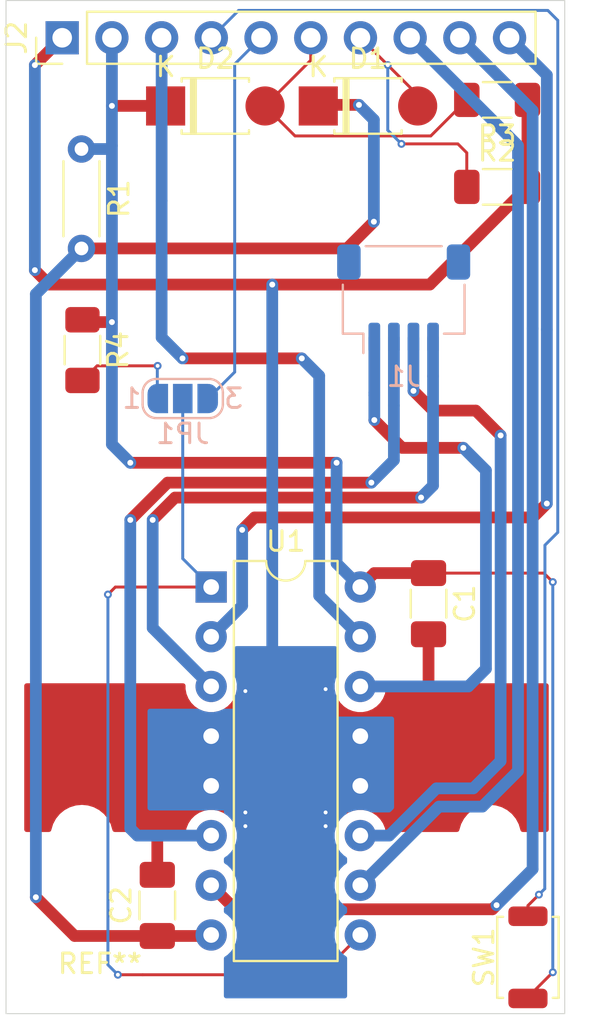
<source format=kicad_pcb>
(kicad_pcb (version 20171130) (host pcbnew "(5.1.10)-1")

  (general
    (thickness 1.6)
    (drawings 4)
    (tracks 218)
    (zones 0)
    (modules 14)
    (nets 18)
  )

  (page A4)
  (layers
    (0 F.Cu signal)
    (31 B.Cu signal)
    (32 B.Adhes user)
    (33 F.Adhes user)
    (34 B.Paste user)
    (35 F.Paste user)
    (36 B.SilkS user)
    (37 F.SilkS user)
    (38 B.Mask user)
    (39 F.Mask user)
    (40 Dwgs.User user)
    (41 Cmts.User user)
    (42 Eco1.User user)
    (43 Eco2.User user)
    (44 Edge.Cuts user)
    (45 Margin user)
    (46 B.CrtYd user)
    (47 F.CrtYd user)
    (48 B.Fab user)
    (49 F.Fab user)
  )

  (setup
    (last_trace_width 0.15)
    (user_trace_width 0.15)
    (user_trace_width 0.6)
    (trace_clearance 0.127)
    (zone_clearance 0.508)
    (zone_45_only no)
    (trace_min 0.127)
    (via_size 0.4)
    (via_drill 0.2)
    (via_min_size 0.4)
    (via_min_drill 0.2)
    (user_via 0.4 0.2)
    (user_via 0.6 0.3)
    (uvia_size 0.4)
    (uvia_drill 0.2)
    (uvias_allowed no)
    (uvia_min_size 0.4)
    (uvia_min_drill 0.2)
    (edge_width 0.05)
    (segment_width 0.2)
    (pcb_text_width 0.3)
    (pcb_text_size 1.5 1.5)
    (mod_edge_width 0.12)
    (mod_text_size 1 1)
    (mod_text_width 0.15)
    (pad_size 2.15 3.9)
    (pad_drill 2.15)
    (pad_to_mask_clearance 0)
    (aux_axis_origin 0 0)
    (visible_elements 7FFFFFFF)
    (pcbplotparams
      (layerselection 0x010fc_ffffffff)
      (usegerberextensions false)
      (usegerberattributes true)
      (usegerberadvancedattributes true)
      (creategerberjobfile true)
      (excludeedgelayer true)
      (linewidth 0.100000)
      (plotframeref false)
      (viasonmask false)
      (mode 1)
      (useauxorigin false)
      (hpglpennumber 1)
      (hpglpenspeed 20)
      (hpglpendiameter 15.000000)
      (psnegative false)
      (psa4output false)
      (plotreference true)
      (plotvalue true)
      (plotinvisibletext false)
      (padsonsilk false)
      (subtractmaskfromsilk false)
      (outputformat 1)
      (mirror false)
      (drillshape 1)
      (scaleselection 1)
      (outputdirectory ""))
  )

  (net 0 "")
  (net 1 /Diff_P2)
  (net 2 /Diff_P1)
  (net 3 +5V)
  (net 4 /PushButton1)
  (net 5 /Enable)
  (net 6 /Coil_A1)
  (net 7 /Coil_A2)
  (net 8 /Coil_B1)
  (net 9 /Coil_B2)
  (net 10 GND)
  (net 11 /Motor_Supply_Pre)
  (net 12 /JST_PIN_4)
  (net 13 /JST_PIN_3)
  (net 14 /JST_PIN_2)
  (net 15 /JST_PIN_1)
  (net 16 /Enable_Controlled)
  (net 17 /Enable_High)

  (net_class Default "This is the default net class."
    (clearance 0.127)
    (trace_width 0.15)
    (via_dia 0.4)
    (via_drill 0.2)
    (uvia_dia 0.4)
    (uvia_drill 0.2)
    (add_net +5V)
    (add_net /Coil_A1)
    (add_net /Coil_A2)
    (add_net /Coil_B1)
    (add_net /Coil_B2)
    (add_net /Diff_P1)
    (add_net /Diff_P2)
    (add_net /Enable)
    (add_net /Enable_Controlled)
    (add_net /Enable_High)
    (add_net /PushButton1)
    (add_net GND)
  )

  (net_class "High Current" ""
    (clearance 0.15)
    (trace_width 0.6)
    (via_dia 0.6)
    (via_drill 0.3)
    (uvia_dia 0.4)
    (uvia_drill 0.2)
    (add_net /JST_PIN_1)
    (add_net /JST_PIN_2)
    (add_net /JST_PIN_3)
    (add_net /JST_PIN_4)
    (add_net /Motor_Supply_Pre)
  )

  (module MountingHole:DanfossFrontPanel (layer F.Cu) (tedit 616C6814) (tstamp 616BBB03)
    (at 191.77 131.78)
    (fp_text reference REF** (at 4.8 -2.55) (layer F.SilkS)
      (effects (font (size 1 1) (thickness 0.15)))
    )
    (fp_text value DanfossFrontPanel (at 9.65 -4.4) (layer F.Fab)
      (effects (font (size 1 1) (thickness 0.15)))
    )
    (pad "" np_thru_hole circle (at 20.2 -43.295 90) (size 1.2 1.2) (drill 1.2) (layers *.Cu *.Mask))
    (pad "" np_thru_hole oval (at 14.35 -43.295 90) (size 2.15 3.9) (drill oval 2.15 3.9) (layers *.Cu *.Mask))
    (pad "" np_thru_hole oval (at 24.725 -8.2) (size 2.15 3.9) (drill oval 2.15 3.9) (layers *.Cu *.Mask))
    (pad "" np_thru_hole oval (at 3.875 -8.2) (size 2.15 3.9) (drill oval 2.15 3.9) (layers *.Cu *.Mask))
  )

  (module Capacitor_SMD:C_1206_3216Metric_Pad1.33x1.80mm_HandSolder (layer F.Cu) (tedit 5F68FEEF) (tstamp 616D111A)
    (at 199.5 126.25 90)
    (descr "Capacitor SMD 1206 (3216 Metric), square (rectangular) end terminal, IPC_7351 nominal with elongated pad for handsoldering. (Body size source: IPC-SM-782 page 76, https://www.pcb-3d.com/wordpress/wp-content/uploads/ipc-sm-782a_amendment_1_and_2.pdf), generated with kicad-footprint-generator")
    (tags "capacitor handsolder")
    (path /616EC3C1)
    (attr smd)
    (fp_text reference C2 (at 0 -1.85 90) (layer F.SilkS)
      (effects (font (size 1 1) (thickness 0.15)))
    )
    (fp_text value 100nF (at 0 1.85 90) (layer F.Fab)
      (effects (font (size 1 1) (thickness 0.15)))
    )
    (fp_line (start 2.48 1.15) (end -2.48 1.15) (layer F.CrtYd) (width 0.05))
    (fp_line (start 2.48 -1.15) (end 2.48 1.15) (layer F.CrtYd) (width 0.05))
    (fp_line (start -2.48 -1.15) (end 2.48 -1.15) (layer F.CrtYd) (width 0.05))
    (fp_line (start -2.48 1.15) (end -2.48 -1.15) (layer F.CrtYd) (width 0.05))
    (fp_line (start -0.711252 0.91) (end 0.711252 0.91) (layer F.SilkS) (width 0.12))
    (fp_line (start -0.711252 -0.91) (end 0.711252 -0.91) (layer F.SilkS) (width 0.12))
    (fp_line (start 1.6 0.8) (end -1.6 0.8) (layer F.Fab) (width 0.1))
    (fp_line (start 1.6 -0.8) (end 1.6 0.8) (layer F.Fab) (width 0.1))
    (fp_line (start -1.6 -0.8) (end 1.6 -0.8) (layer F.Fab) (width 0.1))
    (fp_line (start -1.6 0.8) (end -1.6 -0.8) (layer F.Fab) (width 0.1))
    (fp_text user %R (at 0 0 90) (layer F.Fab)
      (effects (font (size 0.8 0.8) (thickness 0.12)))
    )
    (pad 2 smd roundrect (at 1.5625 0 90) (size 1.325 1.8) (layers F.Cu F.Paste F.Mask) (roundrect_rratio 0.188679)
      (net 10 GND))
    (pad 1 smd roundrect (at -1.5625 0 90) (size 1.325 1.8) (layers F.Cu F.Paste F.Mask) (roundrect_rratio 0.188679)
      (net 11 /Motor_Supply_Pre))
    (model ${KISYS3DMOD}/Capacitor_SMD.3dshapes/C_1206_3216Metric.wrl
      (at (xyz 0 0 0))
      (scale (xyz 1 1 1))
      (rotate (xyz 0 0 0))
    )
  )

  (module Button_Switch_SMD:SW_Push_SPST_NO_Alps_SKRK (layer F.Cu) (tedit 616C7234) (tstamp 616B505D)
    (at 218.44 128.905 90)
    (descr http://www.alps.com/prod/info/E/HTML/Tact/SurfaceMount/SKRK/SKRKAHE020.html)
    (tags "SMD SMT button")
    (path /616D25A1)
    (attr smd)
    (fp_text reference SW1 (at 0 -2.25 90) (layer F.SilkS)
      (effects (font (size 1 1) (thickness 0.15)))
    )
    (fp_text value SW_Push (at 0 2.5 90) (layer F.Fab)
      (effects (font (size 1 1) (thickness 0.15)))
    )
    (fp_line (start -2.07 -1.57) (end 2.07 -1.57) (layer F.SilkS) (width 0.12))
    (fp_line (start 2.07 1.27) (end 2.07 1.57) (layer F.SilkS) (width 0.12))
    (fp_line (start 2.07 1.57) (end -2.07 1.57) (layer F.SilkS) (width 0.12))
    (fp_line (start -2.07 -1.27) (end -2.07 -1.57) (layer F.SilkS) (width 0.12))
    (fp_circle (center 0 0) (end 1 0) (layer F.Fab) (width 0.1))
    (fp_line (start -2.75 -1.7) (end 2.75 -1.7) (layer F.CrtYd) (width 0.05))
    (fp_line (start 2.75 -1.7) (end 2.75 1.7) (layer F.CrtYd) (width 0.05))
    (fp_line (start 2.75 1.7) (end -2.75 1.7) (layer F.CrtYd) (width 0.05))
    (fp_line (start -2.75 1.7) (end -2.75 -1.7) (layer F.CrtYd) (width 0.05))
    (fp_line (start 1.95 1.45) (end -1.95 1.45) (layer F.Fab) (width 0.1))
    (fp_line (start -1.95 1.45) (end -1.95 -1.45) (layer F.Fab) (width 0.1))
    (fp_line (start -1.95 -1.45) (end 1.95 -1.45) (layer F.Fab) (width 0.1))
    (fp_line (start 1.95 -1.45) (end 1.95 1.45) (layer F.Fab) (width 0.1))
    (fp_line (start -2.07 1.57) (end -2.07 1.27) (layer F.SilkS) (width 0.12))
    (fp_line (start 2.07 -1.57) (end 2.07 -1.27) (layer F.SilkS) (width 0.12))
    (fp_text user %R (at 0 0 90) (layer F.Fab)
      (effects (font (size 1 1) (thickness 0.15)))
    )
    (pad 1 smd roundrect (at -2.1 0 90) (size 1 2) (layers F.Cu F.Paste F.Mask) (roundrect_rratio 0.25)
      (net 3 +5V))
    (pad 2 smd roundrect (at 2.1 0 90) (size 1 2) (layers F.Cu F.Paste F.Mask) (roundrect_rratio 0.25)
      (net 4 /PushButton1))
    (model ${KISYS3DMOD}/Button_Switch_SMD.3dshapes/SW_Push_SPST_NO_Alps_SKRK.wrl
      (at (xyz 0 0 0))
      (scale (xyz 1 1 1))
      (rotate (xyz 0 0 0))
    )
  )

  (module Diode_SMD:D_T-1_P5.08mm_Horizontal_SurfaceMount (layer F.Cu) (tedit 616B5697) (tstamp 616C8E53)
    (at 199.925 85.4)
    (descr "Diode, T-1 series, Axial, Horizontal, pin pitch=5.08mm, , length*diameter=3.2*2.6mm^2, , http://www.diodes.com/_files/packages/T-1.pdf")
    (tags "Diode T-1 series Axial Horizontal pin pitch 5.08mm  length 3.2mm diameter 2.6mm")
    (path /616BE794)
    (fp_text reference D2 (at 2.54 -2.42) (layer F.SilkS)
      (effects (font (size 1 1) (thickness 0.15)))
    )
    (fp_text value 3.9v (at 2.54 2.42) (layer F.Fab)
      (effects (font (size 1 1) (thickness 0.15)))
    )
    (fp_line (start 6.33 -1.55) (end -1.25 -1.55) (layer F.CrtYd) (width 0.05))
    (fp_line (start 6.33 1.55) (end 6.33 -1.55) (layer F.CrtYd) (width 0.05))
    (fp_line (start -1.25 1.55) (end 6.33 1.55) (layer F.CrtYd) (width 0.05))
    (fp_line (start -1.25 -1.55) (end -1.25 1.55) (layer F.CrtYd) (width 0.05))
    (fp_line (start 1.3 -1.42) (end 1.3 1.42) (layer F.SilkS) (width 0.12))
    (fp_line (start 1.54 -1.42) (end 1.54 1.42) (layer F.SilkS) (width 0.12))
    (fp_line (start 1.42 -1.42) (end 1.42 1.42) (layer F.SilkS) (width 0.12))
    (fp_line (start 4.26 1.42) (end 4.26 1.24) (layer F.SilkS) (width 0.12))
    (fp_line (start 0.82 1.42) (end 4.26 1.42) (layer F.SilkS) (width 0.12))
    (fp_line (start 0.82 1.24) (end 0.82 1.42) (layer F.SilkS) (width 0.12))
    (fp_line (start 4.26 -1.42) (end 4.26 -1.24) (layer F.SilkS) (width 0.12))
    (fp_line (start 0.82 -1.42) (end 4.26 -1.42) (layer F.SilkS) (width 0.12))
    (fp_line (start 0.82 -1.24) (end 0.82 -1.42) (layer F.SilkS) (width 0.12))
    (fp_line (start 1.32 -1.3) (end 1.32 1.3) (layer F.Fab) (width 0.1))
    (fp_line (start 1.52 -1.3) (end 1.52 1.3) (layer F.Fab) (width 0.1))
    (fp_line (start 1.42 -1.3) (end 1.42 1.3) (layer F.Fab) (width 0.1))
    (fp_line (start 5.08 0) (end 4.14 0) (layer F.Fab) (width 0.1))
    (fp_line (start 0 0) (end 0.94 0) (layer F.Fab) (width 0.1))
    (fp_line (start 4.14 -1.3) (end 0.94 -1.3) (layer F.Fab) (width 0.1))
    (fp_line (start 4.14 1.3) (end 4.14 -1.3) (layer F.Fab) (width 0.1))
    (fp_line (start 0.94 1.3) (end 4.14 1.3) (layer F.Fab) (width 0.1))
    (fp_line (start 0.94 -1.3) (end 0.94 1.3) (layer F.Fab) (width 0.1))
    (fp_text user %R (at 2.78 0) (layer F.Fab)
      (effects (font (size 0.64 0.64) (thickness 0.096)))
    )
    (fp_text user K (at 0 -2) (layer F.Fab)
      (effects (font (size 1 1) (thickness 0.15)))
    )
    (fp_text user K (at 0 -2) (layer F.SilkS)
      (effects (font (size 1 1) (thickness 0.15)))
    )
    (pad 1 smd rect (at 0 0) (size 2 2) (layers F.Cu F.Paste F.Mask)
      (net 3 +5V))
    (pad 2 smd oval (at 5.08 0) (size 2 2) (layers F.Cu F.Paste F.Mask)
      (net 2 /Diff_P1))
    (model ${KISYS3DMOD}/Diode_THT.3dshapes/D_T-1_P5.08mm_Horizontal.wrl
      (at (xyz 0 0 0))
      (scale (xyz 1 1 1))
      (rotate (xyz 0 0 0))
    )
  )

  (module Diode_SMD:D_T-1_P5.08mm_Horizontal_SurfaceMount (layer F.Cu) (tedit 616B5697) (tstamp 616BC49D)
    (at 207.725 85.4)
    (descr "Diode, T-1 series, Axial, Horizontal, pin pitch=5.08mm, , length*diameter=3.2*2.6mm^2, , http://www.diodes.com/_files/packages/T-1.pdf")
    (tags "Diode T-1 series Axial Horizontal pin pitch 5.08mm  length 3.2mm diameter 2.6mm")
    (path /616C048F)
    (fp_text reference D1 (at 2.54 -2.42) (layer F.SilkS)
      (effects (font (size 1 1) (thickness 0.15)))
    )
    (fp_text value 3.9v (at 2.54 2.42) (layer F.Fab)
      (effects (font (size 1 1) (thickness 0.15)))
    )
    (fp_line (start 6.33 -1.55) (end -1.25 -1.55) (layer F.CrtYd) (width 0.05))
    (fp_line (start 6.33 1.55) (end 6.33 -1.55) (layer F.CrtYd) (width 0.05))
    (fp_line (start -1.25 1.55) (end 6.33 1.55) (layer F.CrtYd) (width 0.05))
    (fp_line (start -1.25 -1.55) (end -1.25 1.55) (layer F.CrtYd) (width 0.05))
    (fp_line (start 1.3 -1.42) (end 1.3 1.42) (layer F.SilkS) (width 0.12))
    (fp_line (start 1.54 -1.42) (end 1.54 1.42) (layer F.SilkS) (width 0.12))
    (fp_line (start 1.42 -1.42) (end 1.42 1.42) (layer F.SilkS) (width 0.12))
    (fp_line (start 4.26 1.42) (end 4.26 1.24) (layer F.SilkS) (width 0.12))
    (fp_line (start 0.82 1.42) (end 4.26 1.42) (layer F.SilkS) (width 0.12))
    (fp_line (start 0.82 1.24) (end 0.82 1.42) (layer F.SilkS) (width 0.12))
    (fp_line (start 4.26 -1.42) (end 4.26 -1.24) (layer F.SilkS) (width 0.12))
    (fp_line (start 0.82 -1.42) (end 4.26 -1.42) (layer F.SilkS) (width 0.12))
    (fp_line (start 0.82 -1.24) (end 0.82 -1.42) (layer F.SilkS) (width 0.12))
    (fp_line (start 1.32 -1.3) (end 1.32 1.3) (layer F.Fab) (width 0.1))
    (fp_line (start 1.52 -1.3) (end 1.52 1.3) (layer F.Fab) (width 0.1))
    (fp_line (start 1.42 -1.3) (end 1.42 1.3) (layer F.Fab) (width 0.1))
    (fp_line (start 5.08 0) (end 4.14 0) (layer F.Fab) (width 0.1))
    (fp_line (start 0 0) (end 0.94 0) (layer F.Fab) (width 0.1))
    (fp_line (start 4.14 -1.3) (end 0.94 -1.3) (layer F.Fab) (width 0.1))
    (fp_line (start 4.14 1.3) (end 4.14 -1.3) (layer F.Fab) (width 0.1))
    (fp_line (start 0.94 1.3) (end 4.14 1.3) (layer F.Fab) (width 0.1))
    (fp_line (start 0.94 -1.3) (end 0.94 1.3) (layer F.Fab) (width 0.1))
    (fp_text user %R (at 2.78 0) (layer F.Fab)
      (effects (font (size 0.64 0.64) (thickness 0.096)))
    )
    (fp_text user K (at 0 -2) (layer F.Fab)
      (effects (font (size 1 1) (thickness 0.15)))
    )
    (fp_text user K (at 0 -2) (layer F.SilkS)
      (effects (font (size 1 1) (thickness 0.15)))
    )
    (pad 1 smd rect (at 0 0) (size 2 2) (layers F.Cu F.Paste F.Mask)
      (net 11 /Motor_Supply_Pre))
    (pad 2 smd oval (at 5.08 0) (size 2 2) (layers F.Cu F.Paste F.Mask)
      (net 1 /Diff_P2))
    (model ${KISYS3DMOD}/Diode_THT.3dshapes/D_T-1_P5.08mm_Horizontal.wrl
      (at (xyz 0 0 0))
      (scale (xyz 1 1 1))
      (rotate (xyz 0 0 0))
    )
  )

  (module Resistor_SMD:R_1206_3216Metric_Pad1.30x1.75mm_HandSolder (layer F.Cu) (tedit 5F68FEEE) (tstamp 616B5047)
    (at 195.675 97.875 270)
    (descr "Resistor SMD 1206 (3216 Metric), square (rectangular) end terminal, IPC_7351 nominal with elongated pad for handsoldering. (Body size source: IPC-SM-782 page 72, https://www.pcb-3d.com/wordpress/wp-content/uploads/ipc-sm-782a_amendment_1_and_2.pdf), generated with kicad-footprint-generator")
    (tags "resistor handsolder")
    (path /616B98B9)
    (attr smd)
    (fp_text reference R4 (at 0 -1.82 90) (layer F.SilkS)
      (effects (font (size 1 1) (thickness 0.15)))
    )
    (fp_text value 10k (at 0 1.82 90) (layer F.Fab)
      (effects (font (size 1 1) (thickness 0.15)))
    )
    (fp_line (start 2.45 1.12) (end -2.45 1.12) (layer F.CrtYd) (width 0.05))
    (fp_line (start 2.45 -1.12) (end 2.45 1.12) (layer F.CrtYd) (width 0.05))
    (fp_line (start -2.45 -1.12) (end 2.45 -1.12) (layer F.CrtYd) (width 0.05))
    (fp_line (start -2.45 1.12) (end -2.45 -1.12) (layer F.CrtYd) (width 0.05))
    (fp_line (start -0.727064 0.91) (end 0.727064 0.91) (layer F.SilkS) (width 0.12))
    (fp_line (start -0.727064 -0.91) (end 0.727064 -0.91) (layer F.SilkS) (width 0.12))
    (fp_line (start 1.6 0.8) (end -1.6 0.8) (layer F.Fab) (width 0.1))
    (fp_line (start 1.6 -0.8) (end 1.6 0.8) (layer F.Fab) (width 0.1))
    (fp_line (start -1.6 -0.8) (end 1.6 -0.8) (layer F.Fab) (width 0.1))
    (fp_line (start -1.6 0.8) (end -1.6 -0.8) (layer F.Fab) (width 0.1))
    (fp_text user %R (at 0 0 90) (layer F.Fab)
      (effects (font (size 0.8 0.8) (thickness 0.12)))
    )
    (pad 2 smd roundrect (at 1.55 0 270) (size 1.3 1.75) (layers F.Cu F.Paste F.Mask) (roundrect_rratio 0.192308)
      (net 17 /Enable_High))
    (pad 1 smd roundrect (at -1.55 0 270) (size 1.3 1.75) (layers F.Cu F.Paste F.Mask) (roundrect_rratio 0.192308)
      (net 3 +5V))
    (model ${KISYS3DMOD}/Resistor_SMD.3dshapes/R_1206_3216Metric.wrl
      (at (xyz 0 0 0))
      (scale (xyz 1 1 1))
      (rotate (xyz 0 0 0))
    )
  )

  (module Resistor_SMD:R_1206_3216Metric_Pad1.30x1.75mm_HandSolder (layer F.Cu) (tedit 5F68FEEE) (tstamp 616C9329)
    (at 216.865 85.09 180)
    (descr "Resistor SMD 1206 (3216 Metric), square (rectangular) end terminal, IPC_7351 nominal with elongated pad for handsoldering. (Body size source: IPC-SM-782 page 72, https://www.pcb-3d.com/wordpress/wp-content/uploads/ipc-sm-782a_amendment_1_and_2.pdf), generated with kicad-footprint-generator")
    (tags "resistor handsolder")
    (path /616B9582)
    (attr smd)
    (fp_text reference R3 (at 0 -1.82) (layer F.SilkS)
      (effects (font (size 1 1) (thickness 0.15)))
    )
    (fp_text value 270 (at 0 1.82) (layer F.Fab)
      (effects (font (size 1 1) (thickness 0.15)))
    )
    (fp_line (start 2.45 1.12) (end -2.45 1.12) (layer F.CrtYd) (width 0.05))
    (fp_line (start 2.45 -1.12) (end 2.45 1.12) (layer F.CrtYd) (width 0.05))
    (fp_line (start -2.45 -1.12) (end 2.45 -1.12) (layer F.CrtYd) (width 0.05))
    (fp_line (start -2.45 1.12) (end -2.45 -1.12) (layer F.CrtYd) (width 0.05))
    (fp_line (start -0.727064 0.91) (end 0.727064 0.91) (layer F.SilkS) (width 0.12))
    (fp_line (start -0.727064 -0.91) (end 0.727064 -0.91) (layer F.SilkS) (width 0.12))
    (fp_line (start 1.6 0.8) (end -1.6 0.8) (layer F.Fab) (width 0.1))
    (fp_line (start 1.6 -0.8) (end 1.6 0.8) (layer F.Fab) (width 0.1))
    (fp_line (start -1.6 -0.8) (end 1.6 -0.8) (layer F.Fab) (width 0.1))
    (fp_line (start -1.6 0.8) (end -1.6 -0.8) (layer F.Fab) (width 0.1))
    (fp_text user %R (at 0 0) (layer F.Fab)
      (effects (font (size 0.8 0.8) (thickness 0.12)))
    )
    (pad 2 smd roundrect (at 1.55 0 180) (size 1.3 1.75) (layers F.Cu F.Paste F.Mask) (roundrect_rratio 0.192308)
      (net 2 /Diff_P1))
    (pad 1 smd roundrect (at -1.55 0 180) (size 1.3 1.75) (layers F.Cu F.Paste F.Mask) (roundrect_rratio 0.192308)
      (net 10 GND))
    (model ${KISYS3DMOD}/Resistor_SMD.3dshapes/R_1206_3216Metric.wrl
      (at (xyz 0 0 0))
      (scale (xyz 1 1 1))
      (rotate (xyz 0 0 0))
    )
  )

  (module Resistor_SMD:R_1206_3216Metric_Pad1.30x1.75mm_HandSolder (layer F.Cu) (tedit 5F68FEEE) (tstamp 616B5021)
    (at 216.865 89.535)
    (descr "Resistor SMD 1206 (3216 Metric), square (rectangular) end terminal, IPC_7351 nominal with elongated pad for handsoldering. (Body size source: IPC-SM-782 page 72, https://www.pcb-3d.com/wordpress/wp-content/uploads/ipc-sm-782a_amendment_1_and_2.pdf), generated with kicad-footprint-generator")
    (tags "resistor handsolder")
    (path /616B8410)
    (attr smd)
    (fp_text reference R2 (at 0 -1.82) (layer F.SilkS)
      (effects (font (size 1 1) (thickness 0.15)))
    )
    (fp_text value 270 (at 0 1.82) (layer F.Fab)
      (effects (font (size 1 1) (thickness 0.15)))
    )
    (fp_line (start 2.45 1.12) (end -2.45 1.12) (layer F.CrtYd) (width 0.05))
    (fp_line (start 2.45 -1.12) (end 2.45 1.12) (layer F.CrtYd) (width 0.05))
    (fp_line (start -2.45 -1.12) (end 2.45 -1.12) (layer F.CrtYd) (width 0.05))
    (fp_line (start -2.45 1.12) (end -2.45 -1.12) (layer F.CrtYd) (width 0.05))
    (fp_line (start -0.727064 0.91) (end 0.727064 0.91) (layer F.SilkS) (width 0.12))
    (fp_line (start -0.727064 -0.91) (end 0.727064 -0.91) (layer F.SilkS) (width 0.12))
    (fp_line (start 1.6 0.8) (end -1.6 0.8) (layer F.Fab) (width 0.1))
    (fp_line (start 1.6 -0.8) (end 1.6 0.8) (layer F.Fab) (width 0.1))
    (fp_line (start -1.6 -0.8) (end 1.6 -0.8) (layer F.Fab) (width 0.1))
    (fp_line (start -1.6 0.8) (end -1.6 -0.8) (layer F.Fab) (width 0.1))
    (fp_text user %R (at 0 0) (layer F.Fab)
      (effects (font (size 0.8 0.8) (thickness 0.12)))
    )
    (pad 2 smd roundrect (at 1.55 0) (size 1.3 1.75) (layers F.Cu F.Paste F.Mask) (roundrect_rratio 0.192308)
      (net 10 GND))
    (pad 1 smd roundrect (at -1.55 0) (size 1.3 1.75) (layers F.Cu F.Paste F.Mask) (roundrect_rratio 0.192308)
      (net 1 /Diff_P2))
    (model ${KISYS3DMOD}/Resistor_SMD.3dshapes/R_1206_3216Metric.wrl
      (at (xyz 0 0 0))
      (scale (xyz 1 1 1))
      (rotate (xyz 0 0 0))
    )
  )

  (module Capacitor_SMD:C_1206_3216Metric_Pad1.33x1.80mm_HandSolder (layer F.Cu) (tedit 5F68FEEF) (tstamp 616BE2FD)
    (at 213.36 110.8325 270)
    (descr "Capacitor SMD 1206 (3216 Metric), square (rectangular) end terminal, IPC_7351 nominal with elongated pad for handsoldering. (Body size source: IPC-SM-782 page 76, https://www.pcb-3d.com/wordpress/wp-content/uploads/ipc-sm-782a_amendment_1_and_2.pdf), generated with kicad-footprint-generator")
    (tags "capacitor handsolder")
    (path /61713F7C)
    (attr smd)
    (fp_text reference C1 (at 0 -1.85 90) (layer F.SilkS)
      (effects (font (size 1 1) (thickness 0.15)))
    )
    (fp_text value 100nF (at 0 1.85 90) (layer F.Fab)
      (effects (font (size 1 1) (thickness 0.15)))
    )
    (fp_line (start 2.48 1.15) (end -2.48 1.15) (layer F.CrtYd) (width 0.05))
    (fp_line (start 2.48 -1.15) (end 2.48 1.15) (layer F.CrtYd) (width 0.05))
    (fp_line (start -2.48 -1.15) (end 2.48 -1.15) (layer F.CrtYd) (width 0.05))
    (fp_line (start -2.48 1.15) (end -2.48 -1.15) (layer F.CrtYd) (width 0.05))
    (fp_line (start -0.711252 0.91) (end 0.711252 0.91) (layer F.SilkS) (width 0.12))
    (fp_line (start -0.711252 -0.91) (end 0.711252 -0.91) (layer F.SilkS) (width 0.12))
    (fp_line (start 1.6 0.8) (end -1.6 0.8) (layer F.Fab) (width 0.1))
    (fp_line (start 1.6 -0.8) (end 1.6 0.8) (layer F.Fab) (width 0.1))
    (fp_line (start -1.6 -0.8) (end 1.6 -0.8) (layer F.Fab) (width 0.1))
    (fp_line (start -1.6 0.8) (end -1.6 -0.8) (layer F.Fab) (width 0.1))
    (fp_text user %R (at 0 0 90) (layer F.Fab)
      (effects (font (size 0.8 0.8) (thickness 0.12)))
    )
    (pad 2 smd roundrect (at 1.5625 0 270) (size 1.325 1.8) (layers F.Cu F.Paste F.Mask) (roundrect_rratio 0.188679)
      (net 10 GND))
    (pad 1 smd roundrect (at -1.5625 0 270) (size 1.325 1.8) (layers F.Cu F.Paste F.Mask) (roundrect_rratio 0.188679)
      (net 3 +5V))
    (model ${KISYS3DMOD}/Capacitor_SMD.3dshapes/C_1206_3216Metric.wrl
      (at (xyz 0 0 0))
      (scale (xyz 1 1 1))
      (rotate (xyz 0 0 0))
    )
  )

  (module Package_DIP:DIP-16_W7.62mm (layer F.Cu) (tedit 5A02E8C5) (tstamp 616B5081)
    (at 202.252 109.982)
    (descr "16-lead though-hole mounted DIP package, row spacing 7.62 mm (300 mils)")
    (tags "THT DIP DIL PDIP 2.54mm 7.62mm 300mil")
    (path /616B1A0C)
    (fp_text reference U1 (at 3.81 -2.33) (layer F.SilkS)
      (effects (font (size 1 1) (thickness 0.15)))
    )
    (fp_text value L293D (at 3.81 20.11) (layer F.Fab)
      (effects (font (size 1 1) (thickness 0.15)))
    )
    (fp_line (start 1.635 -1.27) (end 6.985 -1.27) (layer F.Fab) (width 0.1))
    (fp_line (start 6.985 -1.27) (end 6.985 19.05) (layer F.Fab) (width 0.1))
    (fp_line (start 6.985 19.05) (end 0.635 19.05) (layer F.Fab) (width 0.1))
    (fp_line (start 0.635 19.05) (end 0.635 -0.27) (layer F.Fab) (width 0.1))
    (fp_line (start 0.635 -0.27) (end 1.635 -1.27) (layer F.Fab) (width 0.1))
    (fp_line (start 2.81 -1.33) (end 1.16 -1.33) (layer F.SilkS) (width 0.12))
    (fp_line (start 1.16 -1.33) (end 1.16 19.11) (layer F.SilkS) (width 0.12))
    (fp_line (start 1.16 19.11) (end 6.46 19.11) (layer F.SilkS) (width 0.12))
    (fp_line (start 6.46 19.11) (end 6.46 -1.33) (layer F.SilkS) (width 0.12))
    (fp_line (start 6.46 -1.33) (end 4.81 -1.33) (layer F.SilkS) (width 0.12))
    (fp_line (start -1.1 -1.55) (end -1.1 19.3) (layer F.CrtYd) (width 0.05))
    (fp_line (start -1.1 19.3) (end 8.7 19.3) (layer F.CrtYd) (width 0.05))
    (fp_line (start 8.7 19.3) (end 8.7 -1.55) (layer F.CrtYd) (width 0.05))
    (fp_line (start 8.7 -1.55) (end -1.1 -1.55) (layer F.CrtYd) (width 0.05))
    (fp_text user %R (at 3.81 8.89) (layer F.Fab)
      (effects (font (size 1 1) (thickness 0.15)))
    )
    (fp_arc (start 3.81 -1.33) (end 2.81 -1.33) (angle -180) (layer F.SilkS) (width 0.12))
    (pad 16 thru_hole oval (at 7.62 0) (size 1.6 1.6) (drill 0.8) (layers *.Cu *.Mask)
      (net 3 +5V))
    (pad 8 thru_hole oval (at 0 17.78) (size 1.6 1.6) (drill 0.8) (layers *.Cu *.Mask)
      (net 11 /Motor_Supply_Pre))
    (pad 15 thru_hole oval (at 7.62 2.54) (size 1.6 1.6) (drill 0.8) (layers *.Cu *.Mask)
      (net 9 /Coil_B2))
    (pad 7 thru_hole oval (at 0 15.24) (size 1.6 1.6) (drill 0.8) (layers *.Cu *.Mask)
      (net 7 /Coil_A2))
    (pad 14 thru_hole oval (at 7.62 5.08) (size 1.6 1.6) (drill 0.8) (layers *.Cu *.Mask)
      (net 15 /JST_PIN_1))
    (pad 6 thru_hole oval (at 0 12.7) (size 1.6 1.6) (drill 0.8) (layers *.Cu *.Mask)
      (net 14 /JST_PIN_2))
    (pad 13 thru_hole oval (at 7.62 7.62) (size 1.6 1.6) (drill 0.8) (layers *.Cu *.Mask)
      (net 10 GND))
    (pad 5 thru_hole oval (at 0 10.16) (size 1.6 1.6) (drill 0.8) (layers *.Cu *.Mask)
      (net 10 GND))
    (pad 12 thru_hole oval (at 7.62 10.16) (size 1.6 1.6) (drill 0.8) (layers *.Cu *.Mask)
      (net 10 GND))
    (pad 4 thru_hole oval (at 0 7.62) (size 1.6 1.6) (drill 0.8) (layers *.Cu *.Mask)
      (net 10 GND))
    (pad 11 thru_hole oval (at 7.62 12.7) (size 1.6 1.6) (drill 0.8) (layers *.Cu *.Mask)
      (net 13 /JST_PIN_3))
    (pad 3 thru_hole oval (at 0 5.08) (size 1.6 1.6) (drill 0.8) (layers *.Cu *.Mask)
      (net 12 /JST_PIN_4))
    (pad 10 thru_hole oval (at 7.62 15.24) (size 1.6 1.6) (drill 0.8) (layers *.Cu *.Mask)
      (net 8 /Coil_B1))
    (pad 2 thru_hole oval (at 0 2.54) (size 1.6 1.6) (drill 0.8) (layers *.Cu *.Mask)
      (net 6 /Coil_A1))
    (pad 9 thru_hole oval (at 7.62 17.78) (size 1.6 1.6) (drill 0.8) (layers *.Cu *.Mask)
      (net 5 /Enable))
    (pad 1 thru_hole rect (at 0 0) (size 1.6 1.6) (drill 0.8) (layers *.Cu *.Mask)
      (net 5 /Enable))
    (model ${KISYS3DMOD}/Package_DIP.3dshapes/DIP-16_W7.62mm.wrl
      (at (xyz 0 0 0))
      (scale (xyz 1 1 1))
      (rotate (xyz 0 0 0))
    )
  )

  (module Resistor_THT:R_Axial_DIN0204_L3.6mm_D1.6mm_P5.08mm_Horizontal (layer F.Cu) (tedit 5AE5139B) (tstamp 616B500E)
    (at 195.625 87.6 270)
    (descr "Resistor, Axial_DIN0204 series, Axial, Horizontal, pin pitch=5.08mm, 0.167W, length*diameter=3.6*1.6mm^2, http://cdn-reichelt.de/documents/datenblatt/B400/1_4W%23YAG.pdf")
    (tags "Resistor Axial_DIN0204 series Axial Horizontal pin pitch 5.08mm 0.167W length 3.6mm diameter 1.6mm")
    (path /616B895B)
    (fp_text reference R1 (at 2.54 -1.92 90) (layer F.SilkS)
      (effects (font (size 1 1) (thickness 0.15)))
    )
    (fp_text value 1 (at 2.54 1.92 90) (layer F.Fab)
      (effects (font (size 1 1) (thickness 0.15)))
    )
    (fp_line (start 0.74 -0.8) (end 0.74 0.8) (layer F.Fab) (width 0.1))
    (fp_line (start 0.74 0.8) (end 4.34 0.8) (layer F.Fab) (width 0.1))
    (fp_line (start 4.34 0.8) (end 4.34 -0.8) (layer F.Fab) (width 0.1))
    (fp_line (start 4.34 -0.8) (end 0.74 -0.8) (layer F.Fab) (width 0.1))
    (fp_line (start 0 0) (end 0.74 0) (layer F.Fab) (width 0.1))
    (fp_line (start 5.08 0) (end 4.34 0) (layer F.Fab) (width 0.1))
    (fp_line (start 0.62 -0.92) (end 4.46 -0.92) (layer F.SilkS) (width 0.12))
    (fp_line (start 0.62 0.92) (end 4.46 0.92) (layer F.SilkS) (width 0.12))
    (fp_line (start -0.95 -1.05) (end -0.95 1.05) (layer F.CrtYd) (width 0.05))
    (fp_line (start -0.95 1.05) (end 6.03 1.05) (layer F.CrtYd) (width 0.05))
    (fp_line (start 6.03 1.05) (end 6.03 -1.05) (layer F.CrtYd) (width 0.05))
    (fp_line (start 6.03 -1.05) (end -0.95 -1.05) (layer F.CrtYd) (width 0.05))
    (fp_text user %R (at 2.54 0 90) (layer F.Fab)
      (effects (font (size 0.72 0.72) (thickness 0.108)))
    )
    (pad 2 thru_hole oval (at 5.08 0 270) (size 1.4 1.4) (drill 0.7) (layers *.Cu *.Mask)
      (net 11 /Motor_Supply_Pre))
    (pad 1 thru_hole circle (at 0 0 270) (size 1.4 1.4) (drill 0.7) (layers *.Cu *.Mask)
      (net 3 +5V))
    (model ${KISYS3DMOD}/Resistor_THT.3dshapes/R_Axial_DIN0204_L3.6mm_D1.6mm_P5.08mm_Horizontal.wrl
      (at (xyz 0 0 0))
      (scale (xyz 1 1 1))
      (rotate (xyz 0 0 0))
    )
  )

  (module Jumper:SolderJumper-3_P1.3mm_Open_RoundedPad1.0x1.5mm_NumberLabels (layer B.Cu) (tedit 5B391ED1) (tstamp 616BBE06)
    (at 200.8 100.35)
    (descr "SMD Solder 3-pad Jumper, 1x1.5mm rounded Pads, 0.3mm gap, open, labeled with numbers")
    (tags "solder jumper open")
    (path /616F3485)
    (attr virtual)
    (fp_text reference JP1 (at 0 1.8) (layer B.SilkS)
      (effects (font (size 1 1) (thickness 0.15)) (justify mirror))
    )
    (fp_text value SolderJumper_3_Open (at 0 -1.9) (layer B.Fab)
      (effects (font (size 1 1) (thickness 0.15)) (justify mirror))
    )
    (fp_line (start 2.3 -1.25) (end -2.3 -1.25) (layer B.CrtYd) (width 0.05))
    (fp_line (start 2.3 -1.25) (end 2.3 1.25) (layer B.CrtYd) (width 0.05))
    (fp_line (start -2.3 1.25) (end -2.3 -1.25) (layer B.CrtYd) (width 0.05))
    (fp_line (start -2.3 1.25) (end 2.3 1.25) (layer B.CrtYd) (width 0.05))
    (fp_line (start -1.4 1) (end 1.4 1) (layer B.SilkS) (width 0.12))
    (fp_line (start 2.05 0.3) (end 2.05 -0.3) (layer B.SilkS) (width 0.12))
    (fp_line (start 1.4 -1) (end -1.4 -1) (layer B.SilkS) (width 0.12))
    (fp_line (start -2.05 -0.3) (end -2.05 0.3) (layer B.SilkS) (width 0.12))
    (fp_text user 3 (at 2.6 0) (layer B.SilkS)
      (effects (font (size 1 1) (thickness 0.15)) (justify mirror))
    )
    (fp_text user 1 (at -2.6 0) (layer B.SilkS)
      (effects (font (size 1 1) (thickness 0.15)) (justify mirror))
    )
    (fp_arc (start 1.35 0.3) (end 2.05 0.3) (angle 90) (layer B.SilkS) (width 0.12))
    (fp_arc (start 1.35 -0.3) (end 1.35 -1) (angle 90) (layer B.SilkS) (width 0.12))
    (fp_arc (start -1.35 -0.3) (end -2.05 -0.3) (angle 90) (layer B.SilkS) (width 0.12))
    (fp_arc (start -1.35 0.3) (end -1.35 1) (angle 90) (layer B.SilkS) (width 0.12))
    (pad 1 smd custom (at -1.3 0) (size 1 0.5) (layers B.Cu B.Mask)
      (net 17 /Enable_High) (zone_connect 2)
      (options (clearance outline) (anchor rect))
      (primitives
        (gr_circle (center 0 -0.25) (end 0.5 -0.25) (width 0))
        (gr_circle (center 0 0.25) (end 0.5 0.25) (width 0))
        (gr_poly (pts
           (xy 0.55 0.75) (xy 0 0.75) (xy 0 -0.75) (xy 0.55 -0.75)) (width 0))
      ))
    (pad 3 smd custom (at 1.3 0) (size 1 0.5) (layers B.Cu B.Mask)
      (net 16 /Enable_Controlled) (zone_connect 2)
      (options (clearance outline) (anchor rect))
      (primitives
        (gr_circle (center 0 -0.25) (end 0.5 -0.25) (width 0))
        (gr_circle (center 0 0.25) (end 0.5 0.25) (width 0))
        (gr_poly (pts
           (xy -0.55 0.75) (xy 0 0.75) (xy 0 -0.75) (xy -0.55 -0.75)) (width 0))
      ))
    (pad 2 smd rect (at 0 0) (size 1 1.5) (layers B.Cu B.Mask)
      (net 5 /Enable))
  )

  (module Connector_PinHeader_2.54mm:PinHeader_1x10_P2.54mm_Vertical (layer F.Cu) (tedit 59FED5CC) (tstamp 616BBBDD)
    (at 194.64 81.915 90)
    (descr "Through hole straight pin header, 1x10, 2.54mm pitch, single row")
    (tags "Through hole pin header THT 1x10 2.54mm single row")
    (path /616DA38A)
    (fp_text reference J2 (at 0 -2.33 90) (layer F.SilkS)
      (effects (font (size 1 1) (thickness 0.15)))
    )
    (fp_text value Conn_01x10_Male (at 0 25.19 90) (layer F.Fab) hide
      (effects (font (size 1 1) (thickness 0.15)))
    )
    (fp_line (start -0.635 -1.27) (end 1.27 -1.27) (layer F.Fab) (width 0.1))
    (fp_line (start 1.27 -1.27) (end 1.27 24.13) (layer F.Fab) (width 0.1))
    (fp_line (start 1.27 24.13) (end -1.27 24.13) (layer F.Fab) (width 0.1))
    (fp_line (start -1.27 24.13) (end -1.27 -0.635) (layer F.Fab) (width 0.1))
    (fp_line (start -1.27 -0.635) (end -0.635 -1.27) (layer F.Fab) (width 0.1))
    (fp_line (start -1.33 24.19) (end 1.33 24.19) (layer F.SilkS) (width 0.12))
    (fp_line (start -1.33 1.27) (end -1.33 24.19) (layer F.SilkS) (width 0.12))
    (fp_line (start 1.33 1.27) (end 1.33 24.19) (layer F.SilkS) (width 0.12))
    (fp_line (start -1.33 1.27) (end 1.33 1.27) (layer F.SilkS) (width 0.12))
    (fp_line (start -1.33 0) (end -1.33 -1.33) (layer F.SilkS) (width 0.12))
    (fp_line (start -1.33 -1.33) (end 0 -1.33) (layer F.SilkS) (width 0.12))
    (fp_line (start -1.8 -1.8) (end -1.8 24.65) (layer F.CrtYd) (width 0.05))
    (fp_line (start -1.8 24.65) (end 1.8 24.65) (layer F.CrtYd) (width 0.05))
    (fp_line (start 1.8 24.65) (end 1.8 -1.8) (layer F.CrtYd) (width 0.05))
    (fp_line (start 1.8 -1.8) (end -1.8 -1.8) (layer F.CrtYd) (width 0.05))
    (fp_text user %R (at 0 11.43) (layer F.Fab)
      (effects (font (size 1 1) (thickness 0.15)))
    )
    (pad 10 thru_hole oval (at 0 22.86 90) (size 1.7 1.7) (drill 1) (layers *.Cu *.Mask)
      (net 6 /Coil_A1))
    (pad 9 thru_hole oval (at 0 20.32 90) (size 1.7 1.7) (drill 1) (layers *.Cu *.Mask)
      (net 7 /Coil_A2))
    (pad 8 thru_hole oval (at 0 17.78 90) (size 1.7 1.7) (drill 1) (layers *.Cu *.Mask)
      (net 8 /Coil_B1))
    (pad 7 thru_hole oval (at 0 15.24 90) (size 1.7 1.7) (drill 1) (layers *.Cu *.Mask)
      (net 1 /Diff_P2))
    (pad 6 thru_hole oval (at 0 12.7 90) (size 1.7 1.7) (drill 1) (layers *.Cu *.Mask)
      (net 2 /Diff_P1))
    (pad 5 thru_hole oval (at 0 10.16 90) (size 1.7 1.7) (drill 1) (layers *.Cu *.Mask)
      (net 16 /Enable_Controlled))
    (pad 4 thru_hole oval (at 0 7.62 90) (size 1.7 1.7) (drill 1) (layers *.Cu *.Mask)
      (net 4 /PushButton1))
    (pad 3 thru_hole oval (at 0 5.08 90) (size 1.7 1.7) (drill 1) (layers *.Cu *.Mask)
      (net 9 /Coil_B2))
    (pad 2 thru_hole oval (at 0 2.54 90) (size 1.7 1.7) (drill 1) (layers *.Cu *.Mask)
      (net 3 +5V))
    (pad 1 thru_hole rect (at 0 0 90) (size 1.7 1.7) (drill 1) (layers *.Cu *.Mask)
      (net 10 GND))
    (model ${KISYS3DMOD}/Connector_PinHeader_2.54mm.3dshapes/PinHeader_1x10_P2.54mm_Vertical.wrl
      (at (xyz 0 0 0))
      (scale (xyz 1 1 1))
      (rotate (xyz 0 0 0))
    )
  )

  (module Connector_JST:JST_SH_SM04B-SRSS-TB_1x04-1MP_P1.00mm_Horizontal (layer B.Cu) (tedit 5B78AD87) (tstamp 616BBE93)
    (at 212.09 95.25)
    (descr "JST SH series connector, SM04B-SRSS-TB (http://www.jst-mfg.com/product/pdf/eng/eSH.pdf), generated with kicad-footprint-generator")
    (tags "connector JST SH top entry")
    (path /616B3A80)
    (attr smd)
    (fp_text reference J1 (at 0 3.98) (layer B.SilkS)
      (effects (font (size 1 1) (thickness 0.15)) (justify mirror))
    )
    (fp_text value "JST 1mm Connector" (at 0 -3.98) (layer B.Fab)
      (effects (font (size 1 1) (thickness 0.15)) (justify mirror))
    )
    (fp_line (start -1.5 0.967893) (end -1 1.675) (layer B.Fab) (width 0.1))
    (fp_line (start -2 1.675) (end -1.5 0.967893) (layer B.Fab) (width 0.1))
    (fp_line (start 3.9 3.28) (end -3.9 3.28) (layer B.CrtYd) (width 0.05))
    (fp_line (start 3.9 -3.28) (end 3.9 3.28) (layer B.CrtYd) (width 0.05))
    (fp_line (start -3.9 -3.28) (end 3.9 -3.28) (layer B.CrtYd) (width 0.05))
    (fp_line (start -3.9 3.28) (end -3.9 -3.28) (layer B.CrtYd) (width 0.05))
    (fp_line (start 3 1.675) (end 3 -2.575) (layer B.Fab) (width 0.1))
    (fp_line (start -3 1.675) (end -3 -2.575) (layer B.Fab) (width 0.1))
    (fp_line (start -3 -2.575) (end 3 -2.575) (layer B.Fab) (width 0.1))
    (fp_line (start -1.94 -2.685) (end 1.94 -2.685) (layer B.SilkS) (width 0.12))
    (fp_line (start 3.11 1.785) (end 2.06 1.785) (layer B.SilkS) (width 0.12))
    (fp_line (start 3.11 -0.715) (end 3.11 1.785) (layer B.SilkS) (width 0.12))
    (fp_line (start -2.06 1.785) (end -2.06 2.775) (layer B.SilkS) (width 0.12))
    (fp_line (start -3.11 1.785) (end -2.06 1.785) (layer B.SilkS) (width 0.12))
    (fp_line (start -3.11 -0.715) (end -3.11 1.785) (layer B.SilkS) (width 0.12))
    (fp_line (start -3 1.675) (end 3 1.675) (layer B.Fab) (width 0.1))
    (fp_text user %R (at 0 0) (layer B.Fab)
      (effects (font (size 1 1) (thickness 0.15)) (justify mirror))
    )
    (pad 1 smd roundrect (at -1.5 2) (size 0.6 1.55) (layers B.Cu B.Paste B.Mask) (roundrect_rratio 0.25)
      (net 15 /JST_PIN_1))
    (pad 2 smd roundrect (at -0.5 2) (size 0.6 1.55) (layers B.Cu B.Paste B.Mask) (roundrect_rratio 0.25)
      (net 14 /JST_PIN_2))
    (pad 3 smd roundrect (at 0.5 2) (size 0.6 1.55) (layers B.Cu B.Paste B.Mask) (roundrect_rratio 0.25)
      (net 13 /JST_PIN_3))
    (pad 4 smd roundrect (at 1.5 2) (size 0.6 1.55) (layers B.Cu B.Paste B.Mask) (roundrect_rratio 0.25)
      (net 12 /JST_PIN_4))
    (pad MP smd roundrect (at -2.8 -1.875) (size 1.2 1.8) (layers B.Cu B.Paste B.Mask) (roundrect_rratio 0.208333))
    (pad MP smd roundrect (at 2.8 -1.875) (size 1.2 1.8) (layers B.Cu B.Paste B.Mask) (roundrect_rratio 0.208333))
    (model ${KISYS3DMOD}/Connector_JST.3dshapes/JST_SH_SM04B-SRSS-TB_1x04-1MP_P1.00mm_Horizontal.wrl
      (at (xyz 0 0 0))
      (scale (xyz 1 1 1))
      (rotate (xyz 0 0 0))
    )
  )

  (gr_line (start 220.32 131.78) (end 220.32 80.01) (layer Edge.Cuts) (width 0.05) (tstamp 616B51BC))
  (gr_line (start 220.32 80.01) (end 191.77 80.01) (layer Edge.Cuts) (width 0.05) (tstamp 616B51BB))
  (gr_line (start 191.77 131.78) (end 220.32 131.78) (layer Edge.Cuts) (width 0.05))
  (gr_line (start 191.77 80.01) (end 191.77 131.78) (layer Edge.Cuts) (width 0.05))

  (segment (start 214.96 89.535) (end 215.315 89.535) (width 0.15) (layer F.Cu) (net 1))
  (segment (start 209.88 82.55) (end 209.88 81.915) (width 0.15) (layer F.Cu) (net 1))
  (segment (start 209.88 82.475) (end 209.88 81.915) (width 0.15) (layer F.Cu) (net 1))
  (segment (start 212.805 84.84) (end 212.805 85.4) (width 0.15) (layer F.Cu) (net 1))
  (segment (start 209.88 81.915) (end 211.2771 83.3121) (width 0.15) (layer F.Cu) (net 1))
  (segment (start 211.2771 83.3121) (end 212.805 84.84) (width 0.15) (layer F.Cu) (net 1) (tstamp 616D587D))
  (via (at 211.2771 83.3121) (size 0.4) (drill 0.2) (layers F.Cu B.Cu) (net 1))
  (segment (start 211.2771 83.3121) (end 211.2771 86.6393) (width 0.15) (layer B.Cu) (net 1))
  (segment (start 211.2771 86.6393) (end 211.9757 87.3379) (width 0.15) (layer B.Cu) (net 1))
  (segment (start 211.9757 87.3379) (end 211.9757 87.3379) (width 0.15) (layer B.Cu) (net 1) (tstamp 616D5891))
  (via (at 211.9757 87.3379) (size 0.4) (drill 0.2) (layers F.Cu B.Cu) (net 1))
  (segment (start 211.9757 87.3379) (end 214.8586 87.3379) (width 0.15) (layer F.Cu) (net 1))
  (segment (start 215.315 87.7943) (end 215.315 89.535) (width 0.15) (layer F.Cu) (net 1))
  (segment (start 214.8586 87.3379) (end 215.315 87.7943) (width 0.15) (layer F.Cu) (net 1))
  (segment (start 207.34 82.55) (end 207.34 81.915) (width 0.15) (layer F.Cu) (net 2))
  (segment (start 207.34 83.065) (end 207.34 81.915) (width 0.15) (layer F.Cu) (net 2))
  (segment (start 205.005 85.4) (end 207.34 83.065) (width 0.15) (layer F.Cu) (net 2))
  (segment (start 205.005 85.4) (end 206.5365 86.9315) (width 0.15) (layer F.Cu) (net 2))
  (segment (start 213.4735 86.9315) (end 215.315 85.09) (width 0.15) (layer F.Cu) (net 2))
  (segment (start 206.5365 86.9315) (end 213.4735 86.9315) (width 0.15) (layer F.Cu) (net 2))
  (segment (start 210.584 109.27) (end 209.872 109.982) (width 0.6) (layer F.Cu) (net 3))
  (segment (start 213.36 109.27) (end 210.584 109.27) (width 0.6) (layer F.Cu) (net 3))
  (segment (start 197.18 102.692) (end 198.12 103.632) (width 0.6) (layer B.Cu) (net 3))
  (segment (start 198.12 103.632) (end 198.12 103.632) (width 0.6) (layer B.Cu) (net 3) (tstamp 616D52CA))
  (via (at 198.12 103.632) (size 0.6) (drill 0.3) (layers F.Cu B.Cu) (net 3))
  (segment (start 198.12 103.632) (end 208.661 103.632) (width 0.6) (layer F.Cu) (net 3))
  (segment (start 208.661 103.632) (end 208.661 103.632) (width 0.6) (layer F.Cu) (net 3) (tstamp 616D52DE))
  (via (at 208.661 103.632) (size 0.6) (drill 0.3) (layers F.Cu B.Cu) (net 3))
  (segment (start 208.661 108.771) (end 209.872 109.982) (width 0.6) (layer B.Cu) (net 3))
  (segment (start 208.661 103.632) (end 208.661 108.771) (width 0.6) (layer B.Cu) (net 3))
  (segment (start 197.007 87.6) (end 197.18 87.427) (width 0.6) (layer B.Cu) (net 3))
  (segment (start 195.625 87.6) (end 197.007 87.6) (width 0.6) (layer B.Cu) (net 3))
  (segment (start 197.18 87.427) (end 197.18 96.444) (width 0.6) (layer B.Cu) (net 3))
  (segment (start 197.18 81.915) (end 197.18 85.395) (width 0.6) (layer B.Cu) (net 3))
  (segment (start 197.18 85.395) (end 197.18 87.427) (width 0.6) (layer B.Cu) (net 3) (tstamp 616D5316))
  (via (at 197.18 85.395) (size 0.6) (drill 0.3) (layers F.Cu B.Cu) (net 3))
  (segment (start 199.92 85.395) (end 199.925 85.4) (width 0.6) (layer F.Cu) (net 3))
  (segment (start 197.18 85.395) (end 199.92 85.395) (width 0.6) (layer F.Cu) (net 3))
  (segment (start 197.18 96.444) (end 197.18 102.692) (width 0.6) (layer B.Cu) (net 3) (tstamp 616D534E))
  (via (at 197.18 96.444) (size 0.6) (drill 0.3) (layers F.Cu B.Cu) (net 3))
  (segment (start 195.794 96.444) (end 195.675 96.325) (width 0.6) (layer F.Cu) (net 3))
  (segment (start 197.18 96.444) (end 195.794 96.444) (width 0.6) (layer F.Cu) (net 3))
  (segment (start 213.36 109.27) (end 219.252 109.27) (width 0.15) (layer F.Cu) (net 3))
  (segment (start 219.252 109.27) (end 219.71 109.728) (width 0.15) (layer F.Cu) (net 3))
  (segment (start 219.71 109.728) (end 219.71 109.728) (width 0.15) (layer F.Cu) (net 3) (tstamp 616D5397))
  (via (at 219.71 109.728) (size 0.4) (drill 0.2) (layers F.Cu B.Cu) (net 3))
  (segment (start 219.71 109.728) (end 219.71 129.667) (width 0.15) (layer B.Cu) (net 3))
  (segment (start 219.71 129.667) (end 219.71 129.667) (width 0.15) (layer B.Cu) (net 3) (tstamp 616D53AB))
  (via (at 219.71 129.667) (size 0.4) (drill 0.2) (layers F.Cu B.Cu) (net 3))
  (segment (start 218.44 130.937) (end 218.44 131.005) (width 0.15) (layer F.Cu) (net 3))
  (segment (start 219.71 129.667) (end 218.44 130.937) (width 0.15) (layer F.Cu) (net 3))
  (via (at 219 125.7) (size 0.4) (drill 0.2) (layers F.Cu B.Cu) (net 4))
  (segment (start 218.44 126.26) (end 219 125.7) (width 0.15) (layer F.Cu) (net 4))
  (segment (start 218.44 126.805) (end 218.44 126.26) (width 0.15) (layer F.Cu) (net 4))
  (segment (start 219.3 125.4) (end 219 125.7) (width 0.15) (layer B.Cu) (net 4))
  (segment (start 219.3 120.5) (end 219.3 125.4) (width 0.15) (layer B.Cu) (net 4))
  (segment (start 219.307999 120.492001) (end 219.3 120.5) (width 0.15) (layer B.Cu) (net 4))
  (segment (start 219.307999 107.844001) (end 219.307999 120.492001) (width 0.15) (layer B.Cu) (net 4))
  (segment (start 219.964 107.188) (end 219.307999 107.844001) (width 0.15) (layer B.Cu) (net 4))
  (segment (start 219.964 81.026) (end 219.964 107.188) (width 0.15) (layer B.Cu) (net 4))
  (segment (start 219.456 80.518) (end 219.964 81.026) (width 0.15) (layer B.Cu) (net 4))
  (segment (start 203.657 80.518) (end 219.456 80.518) (width 0.15) (layer B.Cu) (net 4))
  (segment (start 202.26 81.915) (end 203.657 80.518) (width 0.15) (layer B.Cu) (net 4))
  (segment (start 209.872 127.762) (end 207.84 129.794) (width 0.15) (layer F.Cu) (net 5))
  (segment (start 207.84 129.794) (end 198.755 129.794) (width 0.15) (layer F.Cu) (net 5))
  (segment (start 198.374 109.982) (end 202.252 109.982) (width 0.15) (layer F.Cu) (net 5))
  (segment (start 202.1 109.83) (end 202.252 109.982) (width 0.15) (layer B.Cu) (net 5))
  (segment (start 200.8 108.53) (end 202.252 109.982) (width 0.15) (layer B.Cu) (net 5))
  (segment (start 200.8 100.35) (end 200.8 108.53) (width 0.15) (layer B.Cu) (net 5))
  (segment (start 198.374 109.982) (end 197.358 109.982) (width 0.15) (layer F.Cu) (net 5))
  (segment (start 197.358 109.982) (end 196.977 110.363) (width 0.15) (layer F.Cu) (net 5))
  (segment (start 196.977 110.363) (end 196.977 110.363) (width 0.15) (layer F.Cu) (net 5) (tstamp 616D54C2))
  (via (at 196.977 110.363) (size 0.4) (drill 0.2) (layers F.Cu B.Cu) (net 5))
  (segment (start 196.977 110.363) (end 196.977 129.286) (width 0.15) (layer B.Cu) (net 5))
  (segment (start 196.977 129.286) (end 197.485 129.794) (width 0.15) (layer B.Cu) (net 5))
  (segment (start 197.485 129.794) (end 197.485 129.794) (width 0.15) (layer B.Cu) (net 5) (tstamp 616D54D6))
  (via (at 197.485 129.794) (size 0.4) (drill 0.2) (layers F.Cu B.Cu) (net 5))
  (segment (start 198.755 129.794) (end 197.485 129.794) (width 0.15) (layer F.Cu) (net 5))
  (segment (start 217.5 81.915) (end 219.405 83.82) (width 0.6) (layer B.Cu) (net 6))
  (segment (start 219.405 83.82) (end 219.405 96.825) (width 0.6) (layer B.Cu) (net 6))
  (segment (start 219.405 96.825) (end 219.405 105.715) (width 0.6) (layer B.Cu) (net 6))
  (segment (start 218.694 106.426) (end 204.47 106.426) (width 0.6) (layer F.Cu) (net 6))
  (segment (start 204.47 106.426) (end 203.835 107.061) (width 0.6) (layer F.Cu) (net 6))
  (segment (start 203.835 107.061) (end 203.835 107.061) (width 0.6) (layer F.Cu) (net 6) (tstamp 616D3C14))
  (via (at 203.835 107.061) (size 0.6) (drill 0.3) (layers F.Cu B.Cu) (net 6))
  (segment (start 203.835 110.939) (end 202.252 112.522) (width 0.6) (layer B.Cu) (net 6))
  (segment (start 203.835 107.061) (end 203.835 110.939) (width 0.6) (layer B.Cu) (net 6))
  (segment (start 219.405 105.715) (end 219.405 105.715) (width 0.6) (layer B.Cu) (net 6) (tstamp 616D3C91))
  (via (at 219.405 105.715) (size 0.6) (drill 0.3) (layers F.Cu B.Cu) (net 6))
  (segment (start 219.405 105.715) (end 218.694 106.426) (width 0.6) (layer F.Cu) (net 6))
  (segment (start 214.96 81.915) (end 218.67799 85.63299) (width 0.6) (layer B.Cu) (net 7))
  (segment (start 218.67799 85.63299) (end 218.67799 96.774) (width 0.6) (layer B.Cu) (net 7))
  (segment (start 218.67799 96.774) (end 218.67799 106.016137) (width 0.6) (layer B.Cu) (net 7))
  (segment (start 218.67799 106.016137) (end 218.67799 117.83999) (width 0.6) (layer B.Cu) (net 7))
  (segment (start 218.67799 117.83999) (end 218.67799 117.83999) (width 0.6) (layer B.Cu) (net 7) (tstamp 616D3CDF))
  (segment (start 218.67799 124.396172) (end 216.836162 126.238) (width 0.6) (layer B.Cu) (net 7))
  (segment (start 218.67799 117.83999) (end 218.67799 124.396172) (width 0.6) (layer B.Cu) (net 7))
  (segment (start 216.836162 126.238) (end 216.836162 126.238) (width 0.6) (layer B.Cu) (net 7) (tstamp 616D3D60))
  (via (at 216.836162 126.238) (size 0.6) (drill 0.3) (layers F.Cu B.Cu) (net 7))
  (segment (start 203.479001 126.449001) (end 202.252 125.222) (width 0.6) (layer F.Cu) (net 7))
  (segment (start 216.625161 126.449001) (end 203.479001 126.449001) (width 0.6) (layer F.Cu) (net 7))
  (segment (start 216.836162 126.238) (end 216.625161 126.449001) (width 0.6) (layer F.Cu) (net 7))
  (segment (start 216.662 120.65) (end 216.662 120.65) (width 0.6) (layer B.Cu) (net 8) (tstamp 616D3D98))
  (segment (start 217.932 87.427) (end 212.42 81.915) (width 0.6) (layer B.Cu) (net 8))
  (segment (start 217.932 119.38) (end 217.932 87.427) (width 0.6) (layer B.Cu) (net 8))
  (segment (start 216.10901 121.20299) (end 217.932 119.38) (width 0.6) (layer B.Cu) (net 8))
  (segment (start 209.872 125.222) (end 213.89101 121.20299) (width 0.6) (layer B.Cu) (net 8))
  (segment (start 213.89101 121.20299) (end 216.10901 121.20299) (width 0.6) (layer B.Cu) (net 8))
  (segment (start 199.72 81.915) (end 199.72 90.246) (width 0.6) (layer B.Cu) (net 9))
  (segment (start 199.72 90.246) (end 199.72 97.231) (width 0.6) (layer B.Cu) (net 9))
  (segment (start 199.72 97.231) (end 200.787 98.298) (width 0.6) (layer B.Cu) (net 9))
  (segment (start 200.787 98.298) (end 200.787 98.298) (width 0.6) (layer B.Cu) (net 9) (tstamp 616D3B82))
  (via (at 200.787 98.298) (size 0.6) (drill 0.3) (layers F.Cu B.Cu) (net 9))
  (segment (start 200.787 98.298) (end 206.883 98.298) (width 0.6) (layer F.Cu) (net 9))
  (segment (start 206.883 98.298) (end 206.883 98.298) (width 0.6) (layer F.Cu) (net 9) (tstamp 616D3B96))
  (via (at 206.883 98.298) (size 0.6) (drill 0.3) (layers F.Cu B.Cu) (net 9))
  (segment (start 206.883 98.298) (end 207.772 99.187) (width 0.6) (layer B.Cu) (net 9))
  (segment (start 207.772 110.422) (end 209.872 112.522) (width 0.6) (layer B.Cu) (net 9))
  (segment (start 207.772 99.187) (end 207.772 110.422) (width 0.6) (layer B.Cu) (net 9))
  (segment (start 218.415 85.09) (end 218.415 89.535) (width 0.6) (layer F.Cu) (net 10))
  (segment (start 193.2432 83.3118) (end 193.2432 83.3118) (width 0.6) (layer F.Cu) (net 10))
  (segment (start 193.9798 94.5261) (end 193.2432 93.7895) (width 0.6) (layer F.Cu) (net 10))
  (segment (start 213.4239 94.5261) (end 205.3739 94.5261) (width 0.6) (layer F.Cu) (net 10))
  (segment (start 218.415 89.535) (end 213.4239 94.5261) (width 0.6) (layer F.Cu) (net 10))
  (segment (start 193.2432 93.7895) (end 193.2432 93.7895) (width 0.6) (layer F.Cu) (net 10) (tstamp 616D5953))
  (via (at 193.2432 93.7895) (size 0.6) (drill 0.3) (layers F.Cu B.Cu) (net 10))
  (segment (start 193.2432 83.3118) (end 194.64 81.915) (width 0.6) (layer F.Cu) (net 10) (tstamp 616D5955))
  (via (at 193.2432 83.3118) (size 0.6) (drill 0.3) (layers F.Cu B.Cu) (net 10))
  (segment (start 193.2432 83.3118) (end 193.2432 93.7895) (width 0.6) (layer B.Cu) (net 10))
  (segment (start 213.36 112.395) (end 213.36 115.54) (width 0.6) (layer F.Cu) (net 10))
  (segment (start 199.5 124.6875) (end 199.5 121.8) (width 0.6) (layer F.Cu) (net 10))
  (segment (start 205.3739 94.5261) (end 193.9798 94.5261) (width 0.6) (layer F.Cu) (net 10) (tstamp 616D5D5D))
  (via (at 205.3739 94.5261) (size 0.6) (drill 0.3) (layers F.Cu B.Cu) (net 10))
  (segment (start 205.3739 94.5261) (end 205.3739 114.1261) (width 0.6) (layer B.Cu) (net 10))
  (via (at 204 115.3) (size 0.4) (drill 0.2) (layers F.Cu B.Cu) (net 10))
  (via (at 204 121.5) (size 0.4) (drill 0.2) (layers F.Cu B.Cu) (net 10))
  (via (at 208.1 121.5) (size 0.4) (drill 0.2) (layers F.Cu B.Cu) (net 10))
  (via (at 208.1 115.2) (size 0.4) (drill 0.2) (layers F.Cu B.Cu) (net 10))
  (via (at 204 122.2) (size 0.4) (drill 0.2) (layers F.Cu B.Cu) (net 10))
  (via (at 208.1 122.2) (size 0.4) (drill 0.2) (layers F.Cu B.Cu) (net 10))
  (segment (start 202.2015 127.8125) (end 202.252 127.762) (width 0.6) (layer F.Cu) (net 11))
  (segment (start 199.5 127.8125) (end 202.2015 127.8125) (width 0.6) (layer F.Cu) (net 11))
  (segment (start 195.625 92.68) (end 209.199 92.68) (width 0.6) (layer F.Cu) (net 11))
  (segment (start 209.199 92.68) (end 210.566 91.313) (width 0.6) (layer F.Cu) (net 11))
  (segment (start 210.566 91.313) (end 210.566 91.313) (width 0.6) (layer F.Cu) (net 11) (tstamp 616D565C))
  (via (at 210.566 91.313) (size 0.6) (drill 0.3) (layers F.Cu B.Cu) (net 11))
  (segment (start 210.566 91.313) (end 210.566 86.106) (width 0.6) (layer B.Cu) (net 11))
  (segment (start 210.566 86.106) (end 209.804 85.344) (width 0.6) (layer B.Cu) (net 11))
  (segment (start 209.804 85.344) (end 209.804 85.344) (width 0.6) (layer B.Cu) (net 11) (tstamp 616D5670))
  (via (at 209.804 85.344) (size 0.6) (drill 0.3) (layers F.Cu B.Cu) (net 11))
  (segment (start 207.781 85.344) (end 207.725 85.4) (width 0.6) (layer F.Cu) (net 11))
  (segment (start 209.804 85.344) (end 207.781 85.344) (width 0.6) (layer F.Cu) (net 11))
  (segment (start 199.5 127.8125) (end 195.2749 127.8125) (width 0.6) (layer F.Cu) (net 11))
  (segment (start 195.2749 127.8125) (end 193.294 125.8316) (width 0.6) (layer F.Cu) (net 11))
  (segment (start 193.294 125.8316) (end 193.294 125.8316) (width 0.6) (layer F.Cu) (net 11) (tstamp 616D58C9))
  (via (at 193.294 125.8316) (size 0.6) (drill 0.3) (layers F.Cu B.Cu) (net 11))
  (segment (start 193.294 95.011) (end 195.625 92.68) (width 0.6) (layer B.Cu) (net 11))
  (segment (start 193.294 125.8316) (end 193.294 95.011) (width 0.6) (layer B.Cu) (net 11))
  (segment (start 213.59 97.25) (end 213.59 99.211) (width 0.6) (layer B.Cu) (net 12))
  (segment (start 213.59 99.211) (end 213.59 104.799) (width 0.6) (layer B.Cu) (net 12))
  (segment (start 213.59 104.799) (end 212.979 105.41) (width 0.6) (layer B.Cu) (net 12))
  (segment (start 212.979 105.41) (end 212.979 105.41) (width 0.6) (layer B.Cu) (net 12) (tstamp 616D4F6C))
  (via (at 212.979 105.41) (size 0.6) (drill 0.3) (layers F.Cu B.Cu) (net 12))
  (segment (start 212.979 105.41) (end 200.406 105.41) (width 0.6) (layer F.Cu) (net 12))
  (segment (start 200.406 105.41) (end 199.263 106.553) (width 0.6) (layer F.Cu) (net 12))
  (segment (start 199.263 106.553) (end 199.263 106.553) (width 0.6) (layer F.Cu) (net 12) (tstamp 616D5078))
  (via (at 199.263 106.553) (size 0.6) (drill 0.3) (layers F.Cu B.Cu) (net 12))
  (segment (start 199.263 112.073) (end 202.252 115.062) (width 0.6) (layer B.Cu) (net 12))
  (segment (start 199.263 106.553) (end 199.263 112.073) (width 0.6) (layer B.Cu) (net 12))
  (segment (start 212.59 97.25) (end 212.59 99.449) (width 0.6) (layer B.Cu) (net 13))
  (segment (start 212.59 99.449) (end 212.59 99.957) (width 0.6) (layer B.Cu) (net 13))
  (via (at 212.59 99.957) (size 0.6) (drill 0.3) (layers F.Cu B.Cu) (net 13))
  (segment (start 212.59 99.957) (end 213.598 100.965) (width 0.6) (layer F.Cu) (net 13))
  (segment (start 213.598 100.965) (end 215.773 100.965) (width 0.6) (layer F.Cu) (net 13))
  (segment (start 215.773 100.965) (end 217.043 102.235) (width 0.6) (layer F.Cu) (net 13))
  (segment (start 217.043 102.235) (end 217.043 102.235) (width 0.6) (layer F.Cu) (net 13) (tstamp 616D4481))
  (segment (start 209.872 122.682) (end 209.872 122.62599) (width 0.6) (layer B.Cu) (net 13))
  (segment (start 215.646 120.269) (end 217.043 118.872) (width 0.6) (layer B.Cu) (net 13))
  (segment (start 217.043 118.872) (end 217.043 102.235) (width 0.6) (layer B.Cu) (net 13))
  (via (at 217.043 102.235) (size 0.6) (drill 0.3) (layers F.Cu B.Cu) (net 13))
  (segment (start 209.872 122.682) (end 211.351326 122.682) (width 0.6) (layer B.Cu) (net 13))
  (segment (start 213.764326 120.269) (end 215.646 120.269) (width 0.6) (layer B.Cu) (net 13))
  (segment (start 211.351326 122.682) (end 213.764326 120.269) (width 0.6) (layer B.Cu) (net 13))
  (via (at 198.12 106.553) (size 0.6) (drill 0.3) (layers F.Cu B.Cu) (net 14))
  (segment (start 211.59 97.25) (end 211.59 100.703) (width 0.6) (layer B.Cu) (net 14))
  (segment (start 211.59 100.703) (end 211.59 103.497) (width 0.6) (layer B.Cu) (net 14))
  (segment (start 211.59 103.497) (end 210.439 104.648) (width 0.6) (layer B.Cu) (net 14))
  (segment (start 210.439 104.648) (end 210.439 104.648) (width 0.6) (layer B.Cu) (net 14) (tstamp 616D504C))
  (via (at 210.439 104.648) (size 0.6) (drill 0.3) (layers F.Cu B.Cu) (net 14))
  (segment (start 200.025 104.648) (end 198.12 106.553) (width 0.6) (layer F.Cu) (net 14))
  (segment (start 210.439 104.648) (end 200.025 104.648) (width 0.6) (layer F.Cu) (net 14))
  (segment (start 198.12 122.32) (end 198.482 122.682) (width 0.6) (layer B.Cu) (net 14))
  (segment (start 198.482 122.682) (end 202.252 122.682) (width 0.6) (layer B.Cu) (net 14))
  (segment (start 198.12 106.553) (end 198.12 122.32) (width 0.6) (layer B.Cu) (net 14))
  (segment (start 210.59 97.25) (end 210.59 100.052) (width 0.6) (layer B.Cu) (net 15))
  (segment (start 210.59 100.052) (end 210.59 100.179) (width 0.6) (layer B.Cu) (net 15) (tstamp 616D4357))
  (segment (start 210.59 100.179) (end 210.59 101.449) (width 0.6) (layer B.Cu) (net 15) (tstamp 616D4373))
  (via (at 210.59 101.449) (size 0.6) (drill 0.3) (layers F.Cu B.Cu) (net 15))
  (segment (start 210.59 101.449) (end 212.011 102.87) (width 0.6) (layer F.Cu) (net 15))
  (segment (start 212.011 102.87) (end 215.138 102.87) (width 0.6) (layer F.Cu) (net 15))
  (segment (start 215.138 102.87) (end 215.138 102.87) (width 0.6) (layer F.Cu) (net 15) (tstamp 616D45FF))
  (via (at 215.138 102.87) (size 0.6) (drill 0.3) (layers F.Cu B.Cu) (net 15))
  (segment (start 215.138 102.87) (end 216.29299 104.02499) (width 0.6) (layer B.Cu) (net 15))
  (segment (start 216.29299 104.02499) (end 216.29299 114.16101) (width 0.6) (layer B.Cu) (net 15))
  (segment (start 216.29299 114.16101) (end 215.392 115.062) (width 0.6) (layer B.Cu) (net 15))
  (segment (start 215.392 115.062) (end 215.392 115.062) (width 0.6) (layer B.Cu) (net 15) (tstamp 616D4613))
  (segment (start 209.872 115.062) (end 215.392 115.062) (width 0.6) (layer B.Cu) (net 15))
  (segment (start 204.8 81.915) (end 203.454 83.261) (width 0.15) (layer B.Cu) (net 16))
  (segment (start 203.454 98.996) (end 202.1 100.35) (width 0.15) (layer B.Cu) (net 16))
  (segment (start 203.454 83.261) (end 203.454 98.996) (width 0.15) (layer B.Cu) (net 16))
  (via (at 199.517 98.679) (size 0.4) (drill 0.2) (layers F.Cu B.Cu) (net 17))
  (segment (start 199.35 100.2) (end 199.5 100.35) (width 0.15) (layer B.Cu) (net 17))
  (segment (start 199.099 99.949) (end 199.5 100.35) (width 0.15) (layer B.Cu) (net 17))
  (segment (start 196.199 99.949) (end 195.675 99.425) (width 0.15) (layer F.Cu) (net 17))
  (segment (start 199.5 98.696) (end 199.517 98.679) (width 0.15) (layer B.Cu) (net 17))
  (segment (start 199.5 100.35) (end 199.5 98.696) (width 0.15) (layer B.Cu) (net 17))
  (segment (start 196.421 98.679) (end 195.675 99.425) (width 0.15) (layer F.Cu) (net 17))
  (segment (start 199.517 98.679) (end 196.421 98.679) (width 0.15) (layer F.Cu) (net 17))

  (zone (net 10) (net_name GND) (layer F.Cu) (tstamp 616D6CA2) (hatch edge 0.508)
    (connect_pads yes (clearance 0.508))
    (min_thickness 0.254)
    (fill yes (arc_segments 32) (thermal_gap 0.508) (thermal_bridge_width 0.508))
    (polygon
      (pts
        (xy 219.5 122.5) (xy 192.7 122.5) (xy 192.7 114.9) (xy 219.5 114.9)
      )
    )
    (filled_polygon
      (pts
        (xy 200.817 115.203335) (xy 200.872147 115.480574) (xy 200.98032 115.741727) (xy 201.137363 115.976759) (xy 201.337241 116.176637)
        (xy 201.572273 116.33368) (xy 201.833426 116.441853) (xy 202.110665 116.497) (xy 202.393335 116.497) (xy 202.670574 116.441853)
        (xy 202.931727 116.33368) (xy 203.166759 116.176637) (xy 203.366637 115.976759) (xy 203.52368 115.741727) (xy 203.631853 115.480574)
        (xy 203.687 115.203335) (xy 203.687 115.027) (xy 208.437 115.027) (xy 208.437 115.203335) (xy 208.492147 115.480574)
        (xy 208.60032 115.741727) (xy 208.757363 115.976759) (xy 208.957241 116.176637) (xy 209.192273 116.33368) (xy 209.453426 116.441853)
        (xy 209.730665 116.497) (xy 210.013335 116.497) (xy 210.290574 116.441853) (xy 210.551727 116.33368) (xy 210.786759 116.176637)
        (xy 210.986637 115.976759) (xy 211.14368 115.741727) (xy 211.251853 115.480574) (xy 211.307 115.203335) (xy 211.307 115.027)
        (xy 219.373 115.027) (xy 219.373 122.373) (xy 218.180574 122.373) (xy 218.180257 122.369782) (xy 218.082477 122.047445)
        (xy 217.923692 121.750379) (xy 217.710002 121.489998) (xy 217.44962 121.276308) (xy 217.152554 121.117523) (xy 216.830217 121.019743)
        (xy 216.495 120.986727) (xy 216.159782 121.019743) (xy 215.837445 121.117523) (xy 215.540379 121.276308) (xy 215.279998 121.489998)
        (xy 215.066308 121.75038) (xy 214.907523 122.047446) (xy 214.809743 122.369783) (xy 214.809426 122.373) (xy 211.273649 122.373)
        (xy 211.251853 122.263426) (xy 211.14368 122.002273) (xy 210.986637 121.767241) (xy 210.786759 121.567363) (xy 210.551727 121.41032)
        (xy 210.290574 121.302147) (xy 210.013335 121.247) (xy 209.730665 121.247) (xy 209.453426 121.302147) (xy 209.192273 121.41032)
        (xy 208.957241 121.567363) (xy 208.757363 121.767241) (xy 208.60032 122.002273) (xy 208.492147 122.263426) (xy 208.470351 122.373)
        (xy 203.653649 122.373) (xy 203.631853 122.263426) (xy 203.52368 122.002273) (xy 203.366637 121.767241) (xy 203.166759 121.567363)
        (xy 202.931727 121.41032) (xy 202.670574 121.302147) (xy 202.393335 121.247) (xy 202.110665 121.247) (xy 201.833426 121.302147)
        (xy 201.572273 121.41032) (xy 201.337241 121.567363) (xy 201.137363 121.767241) (xy 200.98032 122.002273) (xy 200.872147 122.263426)
        (xy 200.850351 122.373) (xy 197.330574 122.373) (xy 197.330257 122.369782) (xy 197.232477 122.047445) (xy 197.073692 121.750379)
        (xy 196.860002 121.489998) (xy 196.59962 121.276308) (xy 196.302554 121.117523) (xy 195.980217 121.019743) (xy 195.645 120.986727)
        (xy 195.309782 121.019743) (xy 194.987445 121.117523) (xy 194.690379 121.276308) (xy 194.429998 121.489998) (xy 194.216308 121.75038)
        (xy 194.057523 122.047446) (xy 193.959743 122.369783) (xy 193.959426 122.373) (xy 192.827 122.373) (xy 192.827 115.027)
        (xy 200.817 115.027)
      )
    )
  )
  (zone (net 10) (net_name GND) (layer B.Cu) (tstamp 616D6C9F) (hatch edge 0.508)
    (connect_pads yes (clearance 0.508))
    (min_thickness 0.254)
    (fill yes (arc_segments 32) (thermal_gap 0.508) (thermal_bridge_width 0.508))
    (polygon
      (pts
        (xy 208.7 113) (xy 208.7 116.6) (xy 211.6 116.6) (xy 211.6 121.5) (xy 209.2 121.5)
        (xy 209.2 131) (xy 202.9 131) (xy 202.9 121.4) (xy 199 121.4) (xy 199 116.2)
        (xy 203.4 116.2) (xy 203.4 113)
      )
    )
    (filled_polygon
      (pts
        (xy 208.573 113.135771) (xy 208.573 114.448229) (xy 208.492147 114.643426) (xy 208.437 114.920665) (xy 208.437 115.203335)
        (xy 208.492147 115.480574) (xy 208.573 115.675771) (xy 208.573 116.6) (xy 208.57544 116.624776) (xy 208.582667 116.648601)
        (xy 208.594403 116.670557) (xy 208.610197 116.689803) (xy 208.629443 116.705597) (xy 208.651399 116.717333) (xy 208.675224 116.72456)
        (xy 208.7 116.727) (xy 211.473 116.727) (xy 211.473 121.238036) (xy 211.338036 121.373) (xy 210.461628 121.373)
        (xy 210.290574 121.302147) (xy 210.013335 121.247) (xy 209.730665 121.247) (xy 209.453426 121.302147) (xy 209.282372 121.373)
        (xy 209.2 121.373) (xy 209.175224 121.37544) (xy 209.151399 121.382667) (xy 209.129443 121.394403) (xy 209.110197 121.410197)
        (xy 209.094403 121.429443) (xy 209.082667 121.451399) (xy 209.07544 121.475224) (xy 209.074053 121.489312) (xy 208.957241 121.567363)
        (xy 208.757363 121.767241) (xy 208.60032 122.002273) (xy 208.492147 122.263426) (xy 208.437 122.540665) (xy 208.437 122.823335)
        (xy 208.492147 123.100574) (xy 208.60032 123.361727) (xy 208.757363 123.596759) (xy 208.957241 123.796637) (xy 209.073 123.873984)
        (xy 209.073 124.030016) (xy 208.957241 124.107363) (xy 208.757363 124.307241) (xy 208.60032 124.542273) (xy 208.492147 124.803426)
        (xy 208.437 125.080665) (xy 208.437 125.363335) (xy 208.492147 125.640574) (xy 208.60032 125.901727) (xy 208.757363 126.136759)
        (xy 208.957241 126.336637) (xy 209.073 126.413984) (xy 209.073 126.570016) (xy 208.957241 126.647363) (xy 208.757363 126.847241)
        (xy 208.60032 127.082273) (xy 208.492147 127.343426) (xy 208.437 127.620665) (xy 208.437 127.903335) (xy 208.492147 128.180574)
        (xy 208.60032 128.441727) (xy 208.757363 128.676759) (xy 208.957241 128.876637) (xy 209.073 128.953985) (xy 209.073 130.873)
        (xy 203.027 130.873) (xy 203.027 128.970021) (xy 203.166759 128.876637) (xy 203.366637 128.676759) (xy 203.52368 128.441727)
        (xy 203.631853 128.180574) (xy 203.687 127.903335) (xy 203.687 127.620665) (xy 203.631853 127.343426) (xy 203.52368 127.082273)
        (xy 203.366637 126.847241) (xy 203.166759 126.647363) (xy 203.027 126.553979) (xy 203.027 126.430021) (xy 203.166759 126.336637)
        (xy 203.366637 126.136759) (xy 203.52368 125.901727) (xy 203.631853 125.640574) (xy 203.687 125.363335) (xy 203.687 125.080665)
        (xy 203.631853 124.803426) (xy 203.52368 124.542273) (xy 203.366637 124.307241) (xy 203.166759 124.107363) (xy 203.027 124.013979)
        (xy 203.027 123.890021) (xy 203.166759 123.796637) (xy 203.366637 123.596759) (xy 203.52368 123.361727) (xy 203.631853 123.100574)
        (xy 203.687 122.823335) (xy 203.687 122.540665) (xy 203.631853 122.263426) (xy 203.52368 122.002273) (xy 203.366637 121.767241)
        (xy 203.166759 121.567363) (xy 203.027 121.473979) (xy 203.027 121.4) (xy 203.02456 121.375224) (xy 203.017333 121.351399)
        (xy 203.005597 121.329443) (xy 202.989803 121.310197) (xy 202.970557 121.294403) (xy 202.948601 121.282667) (xy 202.924776 121.27544)
        (xy 202.9 121.273) (xy 202.524044 121.273) (xy 202.393335 121.247) (xy 202.110665 121.247) (xy 201.979956 121.273)
        (xy 199.127 121.273) (xy 199.127 116.327) (xy 201.562276 116.327) (xy 201.572273 116.33368) (xy 201.833426 116.441853)
        (xy 202.110665 116.497) (xy 202.393335 116.497) (xy 202.670574 116.441853) (xy 202.931727 116.33368) (xy 202.941724 116.327)
        (xy 203.4 116.327) (xy 203.424776 116.32456) (xy 203.448601 116.317333) (xy 203.470557 116.305597) (xy 203.489803 116.289803)
        (xy 203.505597 116.270557) (xy 203.517333 116.248601) (xy 203.52456 116.224776) (xy 203.527 116.2) (xy 203.527 115.733712)
        (xy 203.631853 115.480574) (xy 203.687 115.203335) (xy 203.687 114.920665) (xy 203.631853 114.643426) (xy 203.527 114.390288)
        (xy 203.527 113.193712) (xy 203.554633 113.127) (xy 208.569367 113.127)
      )
    )
  )
)

</source>
